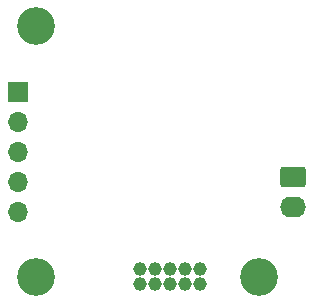
<source format=gbr>
%TF.GenerationSoftware,KiCad,Pcbnew,9.0.0-9.0.0-2~ubuntu24.04.1*%
%TF.CreationDate,2025-03-10T00:00:20+00:00*%
%TF.ProjectId,boondocker-softstart,626f6f6e-646f-4636-9b65-722d736f6674,rev?*%
%TF.SameCoordinates,Original*%
%TF.FileFunction,Soldermask,Bot*%
%TF.FilePolarity,Negative*%
%FSLAX46Y46*%
G04 Gerber Fmt 4.6, Leading zero omitted, Abs format (unit mm)*
G04 Created by KiCad (PCBNEW 9.0.0-9.0.0-2~ubuntu24.04.1) date 2025-03-10 00:00:20*
%MOMM*%
%LPD*%
G01*
G04 APERTURE LIST*
G04 Aperture macros list*
%AMRoundRect*
0 Rectangle with rounded corners*
0 $1 Rounding radius*
0 $2 $3 $4 $5 $6 $7 $8 $9 X,Y pos of 4 corners*
0 Add a 4 corners polygon primitive as box body*
4,1,4,$2,$3,$4,$5,$6,$7,$8,$9,$2,$3,0*
0 Add four circle primitives for the rounded corners*
1,1,$1+$1,$2,$3*
1,1,$1+$1,$4,$5*
1,1,$1+$1,$6,$7*
1,1,$1+$1,$8,$9*
0 Add four rect primitives between the rounded corners*
20,1,$1+$1,$2,$3,$4,$5,0*
20,1,$1+$1,$4,$5,$6,$7,0*
20,1,$1+$1,$6,$7,$8,$9,0*
20,1,$1+$1,$8,$9,$2,$3,0*%
G04 Aperture macros list end*
%ADD10O,2.190000X1.740000*%
%ADD11RoundRect,0.250000X-0.845000X0.620000X-0.845000X-0.620000X0.845000X-0.620000X0.845000X0.620000X0*%
%ADD12R,1.700000X1.700000*%
%ADD13O,1.700000X1.700000*%
%ADD14C,3.200000*%
%ADD15C,1.150000*%
G04 APERTURE END LIST*
D10*
%TO.C,J2*%
X104930000Y-94220000D03*
D11*
X104930000Y-91680000D03*
%TD*%
D12*
%TO.C,J3*%
X81600000Y-84440000D03*
D13*
X81600000Y-86980000D03*
X81600000Y-89520000D03*
X81600000Y-92060000D03*
X81600000Y-94600000D03*
%TD*%
D14*
%TO.C,H4*%
X102050000Y-100127639D03*
%TD*%
D15*
%TO.C,J1*%
X91930000Y-100750000D03*
X91930000Y-99480000D03*
X93200000Y-100750000D03*
X93200000Y-99480000D03*
X94470000Y-100750000D03*
X94470000Y-99480000D03*
X95740000Y-100750000D03*
X95740000Y-99480000D03*
X97010000Y-100750000D03*
X97010000Y-99480000D03*
%TD*%
D14*
%TO.C,H1*%
X83150000Y-78850000D03*
%TD*%
%TO.C,H2*%
X83150000Y-100127639D03*
%TD*%
M02*

</source>
